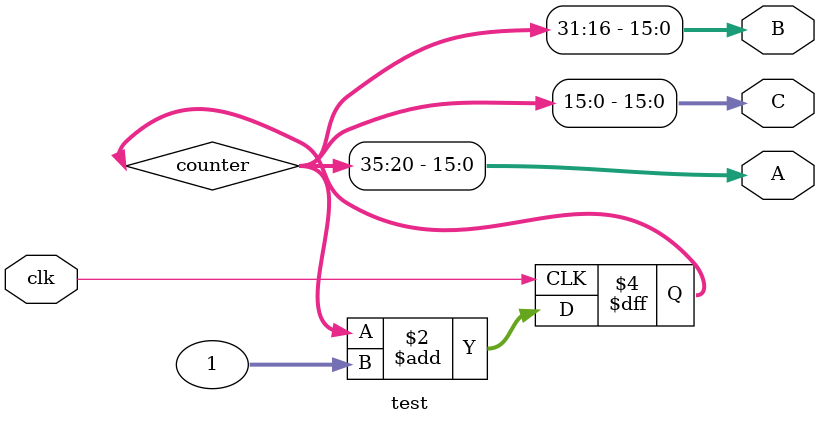
<source format=v>
module test(
	output [15:0] A,
	output [15:0] B,
	output [15:0] C,
	input clk
);

	reg [47:0] counter = 0;
	
	always @(posedge clk) begin
		counter = counter + 1;
	end
	
	assign A[15:0] = counter[35:20];
	assign B[15:0] = counter[31:16];
	assign C[15:0] = counter[15:0];

endmodule

</source>
